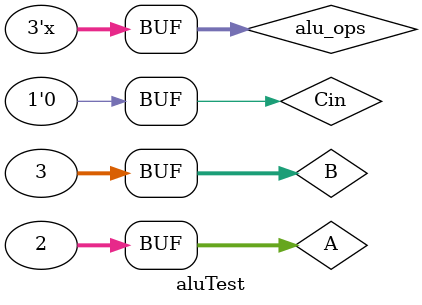
<source format=v>
`timescale 1ns / 1ps


module aluTest(

    );
    
wire [31:0] S;
wire z;
wire Cout;
reg [31:0] A;
reg [31:0] B;
reg Cin;
reg [2:0] alu_ops;

alu alu_unit(S, z, Cout, A, B, Cin, alu_ops);

initial
begin
    A = 2;
    B = 3;
    Cin = 0;
    alu_ops = 3'b000;
end

always
begin
   #10 alu_ops = alu_ops + 1;
end

endmodule

</source>
